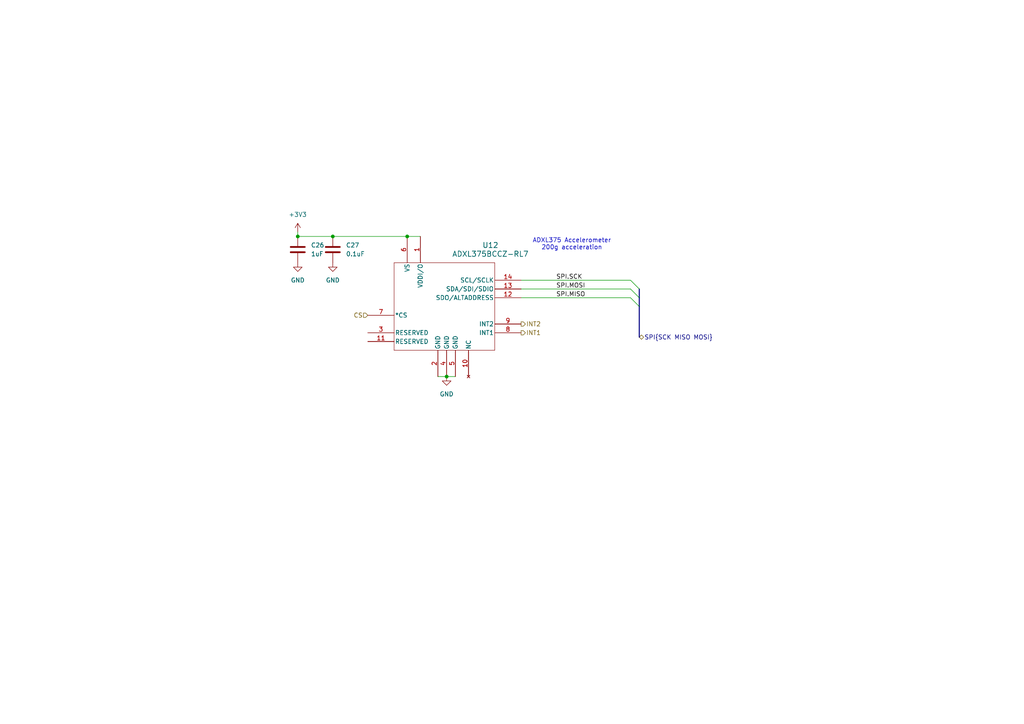
<source format=kicad_sch>
(kicad_sch (version 20250114) (generator "eeschema") (generator_version "9.0")
  (paper "A4")
  (lib_symbols
    (symbol "Device:C" (pin_numbers (hide yes)) (pin_names (offset 0.254))
      (property "Reference" "C" (at 0.635 2.54 0))
      (property "Value" "C" (at 0.635 -2.54 0))
      (symbol "C_0_1"
        (polyline (pts (xy -2.032 0.762) (xy 2.032 0.762)) (stroke (width 0.508)))
        (polyline (pts (xy -2.032 -0.762) (xy 2.032 -0.762)) (stroke (width 0.508)))
      )
      (symbol "C_1_1"
        (pin passive line (at 0 3.81 270) (length 2.794) (name "~") (number "1"))
        (pin passive line (at 0 -3.81 90) (length 2.794) (name "~") (number "2"))
      )
    )
    (symbol "Sensor_Motion:ADXL375BCCZ-RL7" (pin_names (offset 0.254))
      (property "Reference" "U" (at 27.178 10.16 0))
      (property "Value" "ADXL375BCCZ-RL7" (at 27.178 7.62 0))
      (symbol "ADXL375BCCZ-RL7_0_1"
        (polyline (pts (xy 7.62 5.08) (xy 7.62 -20.32)) (stroke (width 0.127)))
        (polyline (pts (xy 7.62 -20.32) (xy 36.83 -20.32)) (stroke (width 0.127)))
        (polyline (pts (xy 36.83 5.08) (xy 7.62 5.08)) (stroke (width 0.127)))
        (polyline (pts (xy 36.83 -20.32) (xy 36.83 5.08)) (stroke (width 0.127)))
        (pin unspecified line (at 0 -10.16 0) (length 7.62) (name "*CS") (number "7"))
        (pin unspecified line (at 0 -15.24 0) (length 7.62) (name "RESERVED") (number "3"))
        (pin unspecified line (at 0 -17.78 0) (length 7.62) (name "RESERVED") (number "11"))
        (pin unspecified line (at 11.43 12.7 270) (length 7.62) (name "VS") (number "6"))
        (pin power_in line (at 15.24 12.7 270) (length 7.62) (name "VDDI/O") (number "1"))
        (pin power_out line (at 20.32 -27.94 90) (length 7.62) (name "GND") (number "2"))
        (pin power_out line (at 22.86 -27.94 90) (length 7.62) (name "GND") (number "4"))
        (pin power_out line (at 25.4 -27.94 90) (length 7.62) (name "GND") (number "5"))
        (pin no_connect line (at 29.21 -27.94 90) (length 7.62) (name "NC") (number "10"))
        (pin unspecified line (at 44.45 0 180) (length 7.62) (name "SCL/SCLK") (number "14"))
        (pin unspecified line (at 44.45 -2.54 180) (length 7.62) (name "SDA/SDI/SDIO") (number "13"))
        (pin unspecified line (at 44.45 -5.08 180) (length 7.62) (name "SDO/ALTADDRESS") (number "12"))
        (pin bidirectional line (at 44.45 -12.7 180) (length 7.62) (name "INT2") (number "9"))
        (pin bidirectional line (at 44.45 -15.24 180) (length 7.62) (name "INT1") (number "8"))
      )
    )
    (symbol "power:+3.3V" (power) (pin_numbers (hide yes)) (pin_names (offset 0) (hide yes))
      (property "Value" "+3.3V" (at 0 3.556 0))
      (symbol "+3.3V_0_1"
        (polyline (pts (xy -0.762 1.27) (xy 0 2.54)))
        (polyline (pts (xy 0 2.54) (xy 0.762 1.27)))
        (polyline (pts (xy 0 0) (xy 0 2.54)))
      )
      (symbol "+3.3V_1_1"
        (pin power_in line (at 0 0 90) (length 0) (name "~") (number "1"))
      )
    )
    (symbol "power:GND" (power) (pin_numbers (hide yes)) (pin_names (offset 0) (hide yes))
      (property "Value" "GND" (at 0 -3.81 0))
      (symbol "GND_0_1"
        (polyline (pts (xy 0 0) (xy 0 -1.27) (xy 1.27 -1.27) (xy 0 -2.54) (xy -1.27 -1.27) (xy 0 -1.27)))
      )
      (symbol "GND_1_1"
        (pin power_in line (at 0 0 270) (length 0) (name "~") (number "1"))
      )
    )
  )
  (text "ADXL375 Accelerometer\n200g acceleration" (at 165.862 70.866 0) (effects (font (size 1.27 1.27))))
  (junction (at 86.36 68.58))
  (junction (at 129.54 109.22))
  (junction (at 96.52 68.58))
  (junction (at 118.11 68.58))
  (bus_entry (at 185.42 88.9) (size -2.54 -2.54))
  (bus_entry (at 185.42 86.36) (size -2.54 -2.54))
  (bus_entry (at 185.42 83.82) (size -2.54 -2.54))
  (wire (pts (xy 127 109.22) (xy 129.54 109.22)))
  (wire (pts (xy 86.36 67.31) (xy 86.36 68.58)))
  (wire (pts (xy 151.13 81.28) (xy 182.88 81.28)))
  (wire (pts (xy 129.54 109.22) (xy 132.08 109.22)))
  (bus (pts (xy 185.42 88.9) (xy 185.42 86.36)))
  (wire (pts (xy 151.13 83.82) (xy 182.88 83.82)))
  (wire (pts (xy 118.11 68.58) (xy 121.92 68.58)))
  (bus (pts (xy 185.42 86.36) (xy 185.42 83.82)))
  (bus (pts (xy 185.42 97.79) (xy 185.42 88.9)))
  (wire (pts (xy 96.52 68.58) (xy 118.11 68.58)))
  (wire (pts (xy 86.36 68.58) (xy 96.52 68.58)))
  (wire (pts (xy 151.13 86.36) (xy 182.88 86.36)))
  (label "SPI.SCK" (at 161.29 81.28 0))
  (label "SPI.MOSI" (at 161.29 83.82 0))
  (label "SPI.MISO" (at 161.29 86.36 0))
  (hierarchical_label "SPI{SCK MISO MOSI}" (shape bidirectional) (at 185.42 97.79 0))
  (hierarchical_label "INT2" (shape output) (at 151.13 93.98 0))
  (hierarchical_label "INT1" (shape output) (at 151.13 96.52 0))
  (hierarchical_label "CS" (shape input) (at 106.68 91.44 180))
  (symbol (lib_id "power:GND") (at 96.52 76.2 0) (unit 1)
    (property "Reference" "#PWR010" (effects (hide yes)))
    (property "Value" "GND" (at 96.52 81.28 0))
    (property "Description" "Power symbol creates a global label with name \"GND\" , ground" (effects (hide yes)))
    (instances (project "Test Rocket Board" (path "" (reference "#PWR071") (unit 1))) (project "Test Rocket Board" (path "" (reference "#PWR010") (unit 1))))
  )
  (symbol (lib_id "power:+3.3V") (at 86.36 67.31 0) (unit 1)
    (property "Reference" "#PWR08" (effects (hide yes)))
    (property "Value" "+3V3" (at 86.36 62.23 0))
    (property "Description" "Power symbol creates a global label with name \"+3.3V\"" (effects (hide yes)))
    (instances (project "Test Rocket Board" (path "" (reference "#PWR069") (unit 1))) (project "Test Rocket Board" (path "" (reference "#PWR08") (unit 1))))
  )
  (symbol (lib_id "power:GND") (at 86.36 76.2 0) (unit 1)
    (property "Reference" "#PWR09" (effects (hide yes)))
    (property "Value" "GND" (at 86.36 81.28 0))
    (property "Description" "Power symbol creates a global label with name \"GND\" , ground" (effects (hide yes)))
    (instances (project "Test Rocket Board" (path "" (reference "#PWR070") (unit 1))) (project "Test Rocket Board" (path "" (reference "#PWR09") (unit 1))))
  )
  (symbol (lib_id "Device:C") (at 86.36 72.39 0) (unit 1)
    (property "Reference" "C4" (at 90.17 71.1199 0) (effects (justify left)))
    (property "Value" "1uF" (at 90.17 73.6599 0) (effects (justify left)))
    (property "Footprint" "Capacitor_SMD:C_0603_1608Metric" (effects (hide yes)))
    (property "Description" "Unpolarized capacitor" (effects (hide yes)))
    (instances (project "Test Rocket Board" (path "" (reference "C26") (unit 1))) (project "Test Rocket Board" (path "" (reference "C4") (unit 1))))
  )
  (symbol (lib_id "Device:C") (at 96.52 72.39 0) (unit 1)
    (property "Reference" "C5" (at 100.33 71.1199 0) (effects (justify left)))
    (property "Value" "0.1uF" (at 100.33 73.6599 0) (effects (justify left)))
    (property "Footprint" "Capacitor_SMD:C_0603_1608Metric" (effects (hide yes)))
    (property "Description" "Unpolarized capacitor" (effects (hide yes)))
    (instances (project "Test Rocket Board" (path "" (reference "C27") (unit 1))) (project "Test Rocket Board" (path "" (reference "C5") (unit 1))))
  )
  (symbol (lib_id "Sensor_Motion:ADXL375BCCZ-RL7") (at 106.68 81.28 0) (unit 1)
    (property "Reference" "U3" (at 142.24 71.12 0) (effects (font (size 1.524 1.524))))
    (property "Value" "ADXL375BCCZ-RL7" (at 142.24 73.66 0) (effects (font (size 1.524 1.524))))
    (property "Footprint" "Package_LGA:LGA-14_3x5mm_P0.8mm_LayoutBorder1x6y" (effects (hide yes)))
    (property "Datasheet" "ADXL375BCCZ-RL7" (effects (hide yes)))
    (instances (project "Test Rocket Board" (path "" (reference "U12") (unit 1))) (project "Test Rocket Board" (path "" (reference "U3") (unit 1))))
  )
  (symbol (lib_id "power:GND") (at 129.54 109.22 0) (unit 1)
    (property "Reference" "#PWR011" (effects (hide yes)))
    (property "Value" "GND" (at 129.54 114.3 0))
    (property "Description" "Power symbol creates a global label with name \"GND\" , ground" (effects (hide yes)))
    (instances (project "Test Rocket Board" (path "" (reference "#PWR072") (unit 1))) (project "Test Rocket Board" (path "" (reference "#PWR011") (unit 1))))
  )
)
</source>
